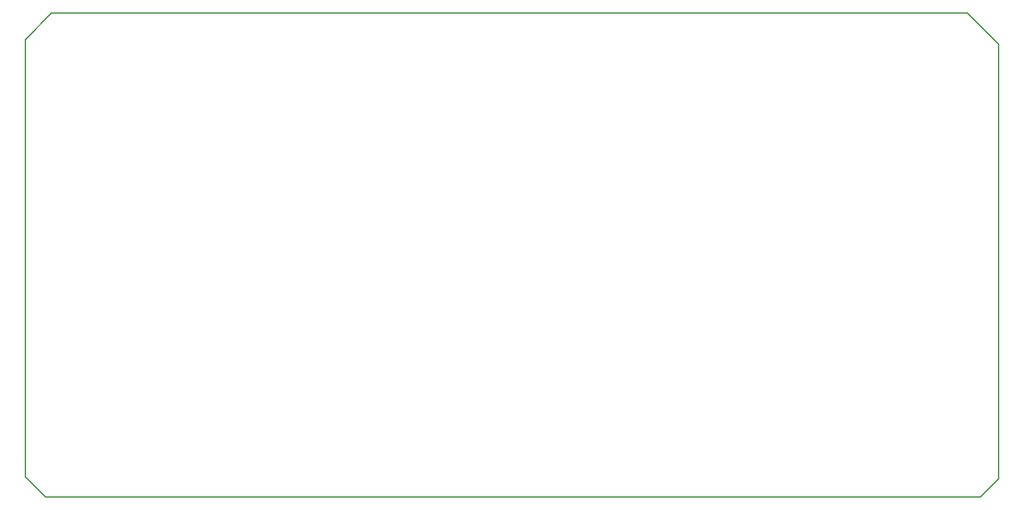
<source format=gko>
G04 Layer_Color=16711935*
%FSAX24Y24*%
%MOIN*%
G70*
G01*
G75*
%ADD75C,0.0079*%
D75*
X017950Y010350D02*
X019000Y009300D01*
X017950Y010350D02*
Y032750D01*
X019300Y034100D01*
X066200D01*
X067800Y032500D01*
Y010250D02*
Y032500D01*
X019000Y009300D02*
X066850D01*
X067800Y010250D01*
M02*

</source>
